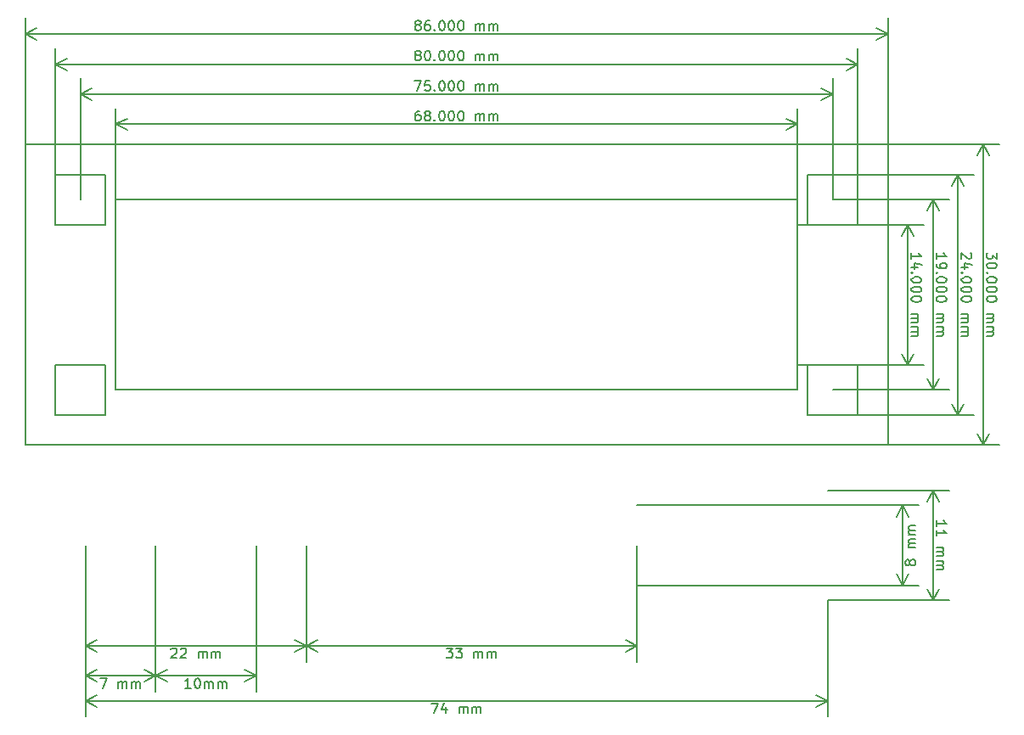
<source format=gbr>
G04 #@! TF.FileFunction,Drawing*
%FSLAX46Y46*%
G04 Gerber Fmt 4.6, Leading zero omitted, Abs format (unit mm)*
G04 Created by KiCad (PCBNEW (2014-12-11 BZR 5320)-product) date Thu Feb  5 17:59:39 2015*
%MOMM*%
G01*
G04 APERTURE LIST*
%ADD10C,0.100000*%
%ADD11C,0.150000*%
%ADD12C,0.200000*%
G04 APERTURE END LIST*
D10*
D11*
X121847619Y-73095239D02*
X121847619Y-72523810D01*
X121847619Y-72809524D02*
X122847619Y-72809524D01*
X122704762Y-72714286D01*
X122609524Y-72619048D01*
X122561905Y-72523810D01*
X121847619Y-74047620D02*
X121847619Y-73476191D01*
X121847619Y-73761905D02*
X122847619Y-73761905D01*
X122704762Y-73666667D01*
X122609524Y-73571429D01*
X122561905Y-73476191D01*
X121847619Y-75238096D02*
X122514286Y-75238096D01*
X122419048Y-75238096D02*
X122466667Y-75285715D01*
X122514286Y-75380953D01*
X122514286Y-75523811D01*
X122466667Y-75619049D01*
X122371429Y-75666668D01*
X121847619Y-75666668D01*
X122371429Y-75666668D02*
X122466667Y-75714287D01*
X122514286Y-75809525D01*
X122514286Y-75952382D01*
X122466667Y-76047620D01*
X122371429Y-76095239D01*
X121847619Y-76095239D01*
X121847619Y-76571429D02*
X122514286Y-76571429D01*
X122419048Y-76571429D02*
X122466667Y-76619048D01*
X122514286Y-76714286D01*
X122514286Y-76857144D01*
X122466667Y-76952382D01*
X122371429Y-77000001D01*
X121847619Y-77000001D01*
X122371429Y-77000001D02*
X122466667Y-77047620D01*
X122514286Y-77142858D01*
X122514286Y-77285715D01*
X122466667Y-77380953D01*
X122371429Y-77428572D01*
X121847619Y-77428572D01*
X121500000Y-69500000D02*
X121500000Y-80500000D01*
X111000000Y-69500000D02*
X123100000Y-69500000D01*
X111000000Y-80500000D02*
X123100000Y-80500000D01*
X121500000Y-80500000D02*
X120913579Y-79373496D01*
X121500000Y-80500000D02*
X122086421Y-79373496D01*
X121500000Y-69500000D02*
X120913579Y-70626504D01*
X121500000Y-69500000D02*
X122086421Y-70626504D01*
X71476191Y-90752380D02*
X72142858Y-90752380D01*
X71714286Y-91752380D01*
X72952382Y-91085713D02*
X72952382Y-91752380D01*
X72714286Y-90704761D02*
X72476191Y-91419047D01*
X73095239Y-91419047D01*
X74238096Y-91752380D02*
X74238096Y-91085713D01*
X74238096Y-91180951D02*
X74285715Y-91133332D01*
X74380953Y-91085713D01*
X74523811Y-91085713D01*
X74619049Y-91133332D01*
X74666668Y-91228570D01*
X74666668Y-91752380D01*
X74666668Y-91228570D02*
X74714287Y-91133332D01*
X74809525Y-91085713D01*
X74952382Y-91085713D01*
X75047620Y-91133332D01*
X75095239Y-91228570D01*
X75095239Y-91752380D01*
X75571429Y-91752380D02*
X75571429Y-91085713D01*
X75571429Y-91180951D02*
X75619048Y-91133332D01*
X75714286Y-91085713D01*
X75857144Y-91085713D01*
X75952382Y-91133332D01*
X76000001Y-91228570D01*
X76000001Y-91752380D01*
X76000001Y-91228570D02*
X76047620Y-91133332D01*
X76142858Y-91085713D01*
X76285715Y-91085713D01*
X76380953Y-91133332D01*
X76428572Y-91228570D01*
X76428572Y-91752380D01*
X37000000Y-90499999D02*
X111000000Y-90499999D01*
X37000000Y-80500000D02*
X37000000Y-92099999D01*
X111000000Y-80500000D02*
X111000000Y-92099999D01*
X111000000Y-90499999D02*
X109873496Y-91086420D01*
X111000000Y-90499999D02*
X109873496Y-89913578D01*
X37000000Y-90499999D02*
X38126504Y-91086420D01*
X37000000Y-90499999D02*
X38126504Y-89913578D01*
X45523810Y-85347619D02*
X45571429Y-85300000D01*
X45666667Y-85252381D01*
X45904763Y-85252381D01*
X46000001Y-85300000D01*
X46047620Y-85347619D01*
X46095239Y-85442857D01*
X46095239Y-85538095D01*
X46047620Y-85680952D01*
X45476191Y-86252381D01*
X46095239Y-86252381D01*
X46476191Y-85347619D02*
X46523810Y-85300000D01*
X46619048Y-85252381D01*
X46857144Y-85252381D01*
X46952382Y-85300000D01*
X47000001Y-85347619D01*
X47047620Y-85442857D01*
X47047620Y-85538095D01*
X47000001Y-85680952D01*
X46428572Y-86252381D01*
X47047620Y-86252381D01*
X48238096Y-86252381D02*
X48238096Y-85585714D01*
X48238096Y-85680952D02*
X48285715Y-85633333D01*
X48380953Y-85585714D01*
X48523811Y-85585714D01*
X48619049Y-85633333D01*
X48666668Y-85728571D01*
X48666668Y-86252381D01*
X48666668Y-85728571D02*
X48714287Y-85633333D01*
X48809525Y-85585714D01*
X48952382Y-85585714D01*
X49047620Y-85633333D01*
X49095239Y-85728571D01*
X49095239Y-86252381D01*
X49571429Y-86252381D02*
X49571429Y-85585714D01*
X49571429Y-85680952D02*
X49619048Y-85633333D01*
X49714286Y-85585714D01*
X49857144Y-85585714D01*
X49952382Y-85633333D01*
X50000001Y-85728571D01*
X50000001Y-86252381D01*
X50000001Y-85728571D02*
X50047620Y-85633333D01*
X50142858Y-85585714D01*
X50285715Y-85585714D01*
X50380953Y-85633333D01*
X50428572Y-85728571D01*
X50428572Y-86252381D01*
X37000000Y-85000000D02*
X59000000Y-85000000D01*
X37000000Y-75000000D02*
X37000000Y-86600000D01*
X59000000Y-75000000D02*
X59000000Y-86600000D01*
X59000000Y-85000000D02*
X57873496Y-85586421D01*
X59000000Y-85000000D02*
X57873496Y-84413579D01*
X37000000Y-85000000D02*
X38126504Y-85586421D01*
X37000000Y-85000000D02*
X38126504Y-84413579D01*
X38452381Y-88252381D02*
X39119048Y-88252381D01*
X38690476Y-89252381D01*
X40261905Y-89252381D02*
X40261905Y-88585714D01*
X40261905Y-88680952D02*
X40309524Y-88633333D01*
X40404762Y-88585714D01*
X40547620Y-88585714D01*
X40642858Y-88633333D01*
X40690477Y-88728571D01*
X40690477Y-89252381D01*
X40690477Y-88728571D02*
X40738096Y-88633333D01*
X40833334Y-88585714D01*
X40976191Y-88585714D01*
X41071429Y-88633333D01*
X41119048Y-88728571D01*
X41119048Y-89252381D01*
X41595238Y-89252381D02*
X41595238Y-88585714D01*
X41595238Y-88680952D02*
X41642857Y-88633333D01*
X41738095Y-88585714D01*
X41880953Y-88585714D01*
X41976191Y-88633333D01*
X42023810Y-88728571D01*
X42023810Y-89252381D01*
X42023810Y-88728571D02*
X42071429Y-88633333D01*
X42166667Y-88585714D01*
X42309524Y-88585714D01*
X42404762Y-88633333D01*
X42452381Y-88728571D01*
X42452381Y-89252381D01*
X37000000Y-88000000D02*
X44000000Y-88000000D01*
X37000000Y-75000000D02*
X37000000Y-89600000D01*
X44000000Y-75000000D02*
X44000000Y-89600000D01*
X44000000Y-88000000D02*
X42873496Y-88586421D01*
X44000000Y-88000000D02*
X42873496Y-87413579D01*
X37000000Y-88000000D02*
X38126504Y-88586421D01*
X37000000Y-88000000D02*
X38126504Y-87413579D01*
X119180952Y-76809524D02*
X119133333Y-76904762D01*
X119085714Y-76952381D01*
X118990476Y-77000000D01*
X118942857Y-77000000D01*
X118847619Y-76952381D01*
X118800000Y-76904762D01*
X118752381Y-76809524D01*
X118752381Y-76619047D01*
X118800000Y-76523809D01*
X118847619Y-76476190D01*
X118942857Y-76428571D01*
X118990476Y-76428571D01*
X119085714Y-76476190D01*
X119133333Y-76523809D01*
X119180952Y-76619047D01*
X119180952Y-76809524D01*
X119228571Y-76904762D01*
X119276190Y-76952381D01*
X119371429Y-77000000D01*
X119561905Y-77000000D01*
X119657143Y-76952381D01*
X119704762Y-76904762D01*
X119752381Y-76809524D01*
X119752381Y-76619047D01*
X119704762Y-76523809D01*
X119657143Y-76476190D01*
X119561905Y-76428571D01*
X119371429Y-76428571D01*
X119276190Y-76476190D01*
X119228571Y-76523809D01*
X119180952Y-76619047D01*
X119752381Y-75238095D02*
X119085714Y-75238095D01*
X119180952Y-75238095D02*
X119133333Y-75190476D01*
X119085714Y-75095238D01*
X119085714Y-74952380D01*
X119133333Y-74857142D01*
X119228571Y-74809523D01*
X119752381Y-74809523D01*
X119228571Y-74809523D02*
X119133333Y-74761904D01*
X119085714Y-74666666D01*
X119085714Y-74523809D01*
X119133333Y-74428571D01*
X119228571Y-74380952D01*
X119752381Y-74380952D01*
X119752381Y-73904762D02*
X119085714Y-73904762D01*
X119180952Y-73904762D02*
X119133333Y-73857143D01*
X119085714Y-73761905D01*
X119085714Y-73619047D01*
X119133333Y-73523809D01*
X119228571Y-73476190D01*
X119752381Y-73476190D01*
X119228571Y-73476190D02*
X119133333Y-73428571D01*
X119085714Y-73333333D01*
X119085714Y-73190476D01*
X119133333Y-73095238D01*
X119228571Y-73047619D01*
X119752381Y-73047619D01*
X118500000Y-79000000D02*
X118500000Y-71000000D01*
X92000000Y-79000000D02*
X120100000Y-79000000D01*
X92000000Y-71000000D02*
X120100000Y-71000000D01*
X118500000Y-71000000D02*
X119086421Y-72126504D01*
X118500000Y-71000000D02*
X117913579Y-72126504D01*
X118500000Y-79000000D02*
X119086421Y-77873496D01*
X118500000Y-79000000D02*
X117913579Y-77873496D01*
X72976191Y-85252380D02*
X73595239Y-85252380D01*
X73261905Y-85633332D01*
X73404763Y-85633332D01*
X73500001Y-85680951D01*
X73547620Y-85728570D01*
X73595239Y-85823809D01*
X73595239Y-86061904D01*
X73547620Y-86157142D01*
X73500001Y-86204761D01*
X73404763Y-86252380D01*
X73119048Y-86252380D01*
X73023810Y-86204761D01*
X72976191Y-86157142D01*
X73928572Y-85252380D02*
X74547620Y-85252380D01*
X74214286Y-85633332D01*
X74357144Y-85633332D01*
X74452382Y-85680951D01*
X74500001Y-85728570D01*
X74547620Y-85823809D01*
X74547620Y-86061904D01*
X74500001Y-86157142D01*
X74452382Y-86204761D01*
X74357144Y-86252380D01*
X74071429Y-86252380D01*
X73976191Y-86204761D01*
X73928572Y-86157142D01*
X75738096Y-86252380D02*
X75738096Y-85585713D01*
X75738096Y-85680951D02*
X75785715Y-85633332D01*
X75880953Y-85585713D01*
X76023811Y-85585713D01*
X76119049Y-85633332D01*
X76166668Y-85728570D01*
X76166668Y-86252380D01*
X76166668Y-85728570D02*
X76214287Y-85633332D01*
X76309525Y-85585713D01*
X76452382Y-85585713D01*
X76547620Y-85633332D01*
X76595239Y-85728570D01*
X76595239Y-86252380D01*
X77071429Y-86252380D02*
X77071429Y-85585713D01*
X77071429Y-85680951D02*
X77119048Y-85633332D01*
X77214286Y-85585713D01*
X77357144Y-85585713D01*
X77452382Y-85633332D01*
X77500001Y-85728570D01*
X77500001Y-86252380D01*
X77500001Y-85728570D02*
X77547620Y-85633332D01*
X77642858Y-85585713D01*
X77785715Y-85585713D01*
X77880953Y-85633332D01*
X77928572Y-85728570D01*
X77928572Y-86252380D01*
X59000000Y-84999999D02*
X92000000Y-84999999D01*
X59000000Y-75000000D02*
X59000000Y-86599999D01*
X92000000Y-75000000D02*
X92000000Y-86599999D01*
X92000000Y-84999999D02*
X90873496Y-85586420D01*
X92000000Y-84999999D02*
X90873496Y-84413578D01*
X59000000Y-84999999D02*
X60126504Y-85586420D01*
X59000000Y-84999999D02*
X60126504Y-84413578D01*
X47476191Y-89252381D02*
X46904762Y-89252381D01*
X47190476Y-89252381D02*
X47190476Y-88252381D01*
X47095238Y-88395238D01*
X47000000Y-88490476D01*
X46904762Y-88538095D01*
X48095238Y-88252381D02*
X48190477Y-88252381D01*
X48285715Y-88300000D01*
X48333334Y-88347619D01*
X48380953Y-88442857D01*
X48428572Y-88633333D01*
X48428572Y-88871429D01*
X48380953Y-89061905D01*
X48333334Y-89157143D01*
X48285715Y-89204762D01*
X48190477Y-89252381D01*
X48095238Y-89252381D01*
X48000000Y-89204762D01*
X47952381Y-89157143D01*
X47904762Y-89061905D01*
X47857143Y-88871429D01*
X47857143Y-88633333D01*
X47904762Y-88442857D01*
X47952381Y-88347619D01*
X48000000Y-88300000D01*
X48095238Y-88252381D01*
X48857143Y-89252381D02*
X48857143Y-88585714D01*
X48857143Y-88680952D02*
X48904762Y-88633333D01*
X49000000Y-88585714D01*
X49142858Y-88585714D01*
X49238096Y-88633333D01*
X49285715Y-88728571D01*
X49285715Y-89252381D01*
X49285715Y-88728571D02*
X49333334Y-88633333D01*
X49428572Y-88585714D01*
X49571429Y-88585714D01*
X49666667Y-88633333D01*
X49714286Y-88728571D01*
X49714286Y-89252381D01*
X50190476Y-89252381D02*
X50190476Y-88585714D01*
X50190476Y-88680952D02*
X50238095Y-88633333D01*
X50333333Y-88585714D01*
X50476191Y-88585714D01*
X50571429Y-88633333D01*
X50619048Y-88728571D01*
X50619048Y-89252381D01*
X50619048Y-88728571D02*
X50666667Y-88633333D01*
X50761905Y-88585714D01*
X50904762Y-88585714D01*
X51000000Y-88633333D01*
X51047619Y-88728571D01*
X51047619Y-89252381D01*
X44000000Y-88000000D02*
X54000000Y-88000000D01*
X44000000Y-75000000D02*
X44000000Y-89600000D01*
X54000000Y-75000000D02*
X54000000Y-89600000D01*
X54000000Y-88000000D02*
X52873496Y-88586421D01*
X54000000Y-88000000D02*
X52873496Y-87413579D01*
X44000000Y-88000000D02*
X45126504Y-88586421D01*
X44000000Y-88000000D02*
X45126504Y-87413579D01*
X127847619Y-45809524D02*
X127847619Y-46428572D01*
X127466667Y-46095238D01*
X127466667Y-46238096D01*
X127419048Y-46333334D01*
X127371429Y-46380953D01*
X127276190Y-46428572D01*
X127038095Y-46428572D01*
X126942857Y-46380953D01*
X126895238Y-46333334D01*
X126847619Y-46238096D01*
X126847619Y-45952381D01*
X126895238Y-45857143D01*
X126942857Y-45809524D01*
X127847619Y-47047619D02*
X127847619Y-47142858D01*
X127800000Y-47238096D01*
X127752381Y-47285715D01*
X127657143Y-47333334D01*
X127466667Y-47380953D01*
X127228571Y-47380953D01*
X127038095Y-47333334D01*
X126942857Y-47285715D01*
X126895238Y-47238096D01*
X126847619Y-47142858D01*
X126847619Y-47047619D01*
X126895238Y-46952381D01*
X126942857Y-46904762D01*
X127038095Y-46857143D01*
X127228571Y-46809524D01*
X127466667Y-46809524D01*
X127657143Y-46857143D01*
X127752381Y-46904762D01*
X127800000Y-46952381D01*
X127847619Y-47047619D01*
X126942857Y-47809524D02*
X126895238Y-47857143D01*
X126847619Y-47809524D01*
X126895238Y-47761905D01*
X126942857Y-47809524D01*
X126847619Y-47809524D01*
X127847619Y-48476190D02*
X127847619Y-48571429D01*
X127800000Y-48666667D01*
X127752381Y-48714286D01*
X127657143Y-48761905D01*
X127466667Y-48809524D01*
X127228571Y-48809524D01*
X127038095Y-48761905D01*
X126942857Y-48714286D01*
X126895238Y-48666667D01*
X126847619Y-48571429D01*
X126847619Y-48476190D01*
X126895238Y-48380952D01*
X126942857Y-48333333D01*
X127038095Y-48285714D01*
X127228571Y-48238095D01*
X127466667Y-48238095D01*
X127657143Y-48285714D01*
X127752381Y-48333333D01*
X127800000Y-48380952D01*
X127847619Y-48476190D01*
X127847619Y-49428571D02*
X127847619Y-49523810D01*
X127800000Y-49619048D01*
X127752381Y-49666667D01*
X127657143Y-49714286D01*
X127466667Y-49761905D01*
X127228571Y-49761905D01*
X127038095Y-49714286D01*
X126942857Y-49666667D01*
X126895238Y-49619048D01*
X126847619Y-49523810D01*
X126847619Y-49428571D01*
X126895238Y-49333333D01*
X126942857Y-49285714D01*
X127038095Y-49238095D01*
X127228571Y-49190476D01*
X127466667Y-49190476D01*
X127657143Y-49238095D01*
X127752381Y-49285714D01*
X127800000Y-49333333D01*
X127847619Y-49428571D01*
X127847619Y-50380952D02*
X127847619Y-50476191D01*
X127800000Y-50571429D01*
X127752381Y-50619048D01*
X127657143Y-50666667D01*
X127466667Y-50714286D01*
X127228571Y-50714286D01*
X127038095Y-50666667D01*
X126942857Y-50619048D01*
X126895238Y-50571429D01*
X126847619Y-50476191D01*
X126847619Y-50380952D01*
X126895238Y-50285714D01*
X126942857Y-50238095D01*
X127038095Y-50190476D01*
X127228571Y-50142857D01*
X127466667Y-50142857D01*
X127657143Y-50190476D01*
X127752381Y-50238095D01*
X127800000Y-50285714D01*
X127847619Y-50380952D01*
X126847619Y-51904762D02*
X127514286Y-51904762D01*
X127419048Y-51904762D02*
X127466667Y-51952381D01*
X127514286Y-52047619D01*
X127514286Y-52190477D01*
X127466667Y-52285715D01*
X127371429Y-52333334D01*
X126847619Y-52333334D01*
X127371429Y-52333334D02*
X127466667Y-52380953D01*
X127514286Y-52476191D01*
X127514286Y-52619048D01*
X127466667Y-52714286D01*
X127371429Y-52761905D01*
X126847619Y-52761905D01*
X126847619Y-53238095D02*
X127514286Y-53238095D01*
X127419048Y-53238095D02*
X127466667Y-53285714D01*
X127514286Y-53380952D01*
X127514286Y-53523810D01*
X127466667Y-53619048D01*
X127371429Y-53666667D01*
X126847619Y-53666667D01*
X127371429Y-53666667D02*
X127466667Y-53714286D01*
X127514286Y-53809524D01*
X127514286Y-53952381D01*
X127466667Y-54047619D01*
X127371429Y-54095238D01*
X126847619Y-54095238D01*
X126500000Y-35000000D02*
X126500000Y-65000000D01*
X117000000Y-35000000D02*
X128100000Y-35000000D01*
X117000000Y-65000000D02*
X128100000Y-65000000D01*
X126500000Y-65000000D02*
X125913579Y-63873496D01*
X126500000Y-65000000D02*
X127086421Y-63873496D01*
X126500000Y-35000000D02*
X125913579Y-36126504D01*
X126500000Y-35000000D02*
X127086421Y-36126504D01*
X125252381Y-45857143D02*
X125300000Y-45904762D01*
X125347619Y-46000000D01*
X125347619Y-46238096D01*
X125300000Y-46333334D01*
X125252381Y-46380953D01*
X125157143Y-46428572D01*
X125061905Y-46428572D01*
X124919048Y-46380953D01*
X124347619Y-45809524D01*
X124347619Y-46428572D01*
X125014286Y-47285715D02*
X124347619Y-47285715D01*
X125395238Y-47047619D02*
X124680952Y-46809524D01*
X124680952Y-47428572D01*
X124442857Y-47809524D02*
X124395238Y-47857143D01*
X124347619Y-47809524D01*
X124395238Y-47761905D01*
X124442857Y-47809524D01*
X124347619Y-47809524D01*
X125347619Y-48476190D02*
X125347619Y-48571429D01*
X125300000Y-48666667D01*
X125252381Y-48714286D01*
X125157143Y-48761905D01*
X124966667Y-48809524D01*
X124728571Y-48809524D01*
X124538095Y-48761905D01*
X124442857Y-48714286D01*
X124395238Y-48666667D01*
X124347619Y-48571429D01*
X124347619Y-48476190D01*
X124395238Y-48380952D01*
X124442857Y-48333333D01*
X124538095Y-48285714D01*
X124728571Y-48238095D01*
X124966667Y-48238095D01*
X125157143Y-48285714D01*
X125252381Y-48333333D01*
X125300000Y-48380952D01*
X125347619Y-48476190D01*
X125347619Y-49428571D02*
X125347619Y-49523810D01*
X125300000Y-49619048D01*
X125252381Y-49666667D01*
X125157143Y-49714286D01*
X124966667Y-49761905D01*
X124728571Y-49761905D01*
X124538095Y-49714286D01*
X124442857Y-49666667D01*
X124395238Y-49619048D01*
X124347619Y-49523810D01*
X124347619Y-49428571D01*
X124395238Y-49333333D01*
X124442857Y-49285714D01*
X124538095Y-49238095D01*
X124728571Y-49190476D01*
X124966667Y-49190476D01*
X125157143Y-49238095D01*
X125252381Y-49285714D01*
X125300000Y-49333333D01*
X125347619Y-49428571D01*
X125347619Y-50380952D02*
X125347619Y-50476191D01*
X125300000Y-50571429D01*
X125252381Y-50619048D01*
X125157143Y-50666667D01*
X124966667Y-50714286D01*
X124728571Y-50714286D01*
X124538095Y-50666667D01*
X124442857Y-50619048D01*
X124395238Y-50571429D01*
X124347619Y-50476191D01*
X124347619Y-50380952D01*
X124395238Y-50285714D01*
X124442857Y-50238095D01*
X124538095Y-50190476D01*
X124728571Y-50142857D01*
X124966667Y-50142857D01*
X125157143Y-50190476D01*
X125252381Y-50238095D01*
X125300000Y-50285714D01*
X125347619Y-50380952D01*
X124347619Y-51904762D02*
X125014286Y-51904762D01*
X124919048Y-51904762D02*
X124966667Y-51952381D01*
X125014286Y-52047619D01*
X125014286Y-52190477D01*
X124966667Y-52285715D01*
X124871429Y-52333334D01*
X124347619Y-52333334D01*
X124871429Y-52333334D02*
X124966667Y-52380953D01*
X125014286Y-52476191D01*
X125014286Y-52619048D01*
X124966667Y-52714286D01*
X124871429Y-52761905D01*
X124347619Y-52761905D01*
X124347619Y-53238095D02*
X125014286Y-53238095D01*
X124919048Y-53238095D02*
X124966667Y-53285714D01*
X125014286Y-53380952D01*
X125014286Y-53523810D01*
X124966667Y-53619048D01*
X124871429Y-53666667D01*
X124347619Y-53666667D01*
X124871429Y-53666667D02*
X124966667Y-53714286D01*
X125014286Y-53809524D01*
X125014286Y-53952381D01*
X124966667Y-54047619D01*
X124871429Y-54095238D01*
X124347619Y-54095238D01*
X124000000Y-38000000D02*
X124000000Y-62000000D01*
X114000000Y-38000000D02*
X125600000Y-38000000D01*
X114000000Y-62000000D02*
X125600000Y-62000000D01*
X124000000Y-62000000D02*
X123413579Y-60873496D01*
X124000000Y-62000000D02*
X124586421Y-60873496D01*
X124000000Y-38000000D02*
X123413579Y-39126504D01*
X124000000Y-38000000D02*
X124586421Y-39126504D01*
X121847619Y-46428572D02*
X121847619Y-45857143D01*
X121847619Y-46142857D02*
X122847619Y-46142857D01*
X122704762Y-46047619D01*
X122609524Y-45952381D01*
X122561905Y-45857143D01*
X121847619Y-46904762D02*
X121847619Y-47095238D01*
X121895238Y-47190477D01*
X121942857Y-47238096D01*
X122085714Y-47333334D01*
X122276190Y-47380953D01*
X122657143Y-47380953D01*
X122752381Y-47333334D01*
X122800000Y-47285715D01*
X122847619Y-47190477D01*
X122847619Y-47000000D01*
X122800000Y-46904762D01*
X122752381Y-46857143D01*
X122657143Y-46809524D01*
X122419048Y-46809524D01*
X122323810Y-46857143D01*
X122276190Y-46904762D01*
X122228571Y-47000000D01*
X122228571Y-47190477D01*
X122276190Y-47285715D01*
X122323810Y-47333334D01*
X122419048Y-47380953D01*
X121942857Y-47809524D02*
X121895238Y-47857143D01*
X121847619Y-47809524D01*
X121895238Y-47761905D01*
X121942857Y-47809524D01*
X121847619Y-47809524D01*
X122847619Y-48476190D02*
X122847619Y-48571429D01*
X122800000Y-48666667D01*
X122752381Y-48714286D01*
X122657143Y-48761905D01*
X122466667Y-48809524D01*
X122228571Y-48809524D01*
X122038095Y-48761905D01*
X121942857Y-48714286D01*
X121895238Y-48666667D01*
X121847619Y-48571429D01*
X121847619Y-48476190D01*
X121895238Y-48380952D01*
X121942857Y-48333333D01*
X122038095Y-48285714D01*
X122228571Y-48238095D01*
X122466667Y-48238095D01*
X122657143Y-48285714D01*
X122752381Y-48333333D01*
X122800000Y-48380952D01*
X122847619Y-48476190D01*
X122847619Y-49428571D02*
X122847619Y-49523810D01*
X122800000Y-49619048D01*
X122752381Y-49666667D01*
X122657143Y-49714286D01*
X122466667Y-49761905D01*
X122228571Y-49761905D01*
X122038095Y-49714286D01*
X121942857Y-49666667D01*
X121895238Y-49619048D01*
X121847619Y-49523810D01*
X121847619Y-49428571D01*
X121895238Y-49333333D01*
X121942857Y-49285714D01*
X122038095Y-49238095D01*
X122228571Y-49190476D01*
X122466667Y-49190476D01*
X122657143Y-49238095D01*
X122752381Y-49285714D01*
X122800000Y-49333333D01*
X122847619Y-49428571D01*
X122847619Y-50380952D02*
X122847619Y-50476191D01*
X122800000Y-50571429D01*
X122752381Y-50619048D01*
X122657143Y-50666667D01*
X122466667Y-50714286D01*
X122228571Y-50714286D01*
X122038095Y-50666667D01*
X121942857Y-50619048D01*
X121895238Y-50571429D01*
X121847619Y-50476191D01*
X121847619Y-50380952D01*
X121895238Y-50285714D01*
X121942857Y-50238095D01*
X122038095Y-50190476D01*
X122228571Y-50142857D01*
X122466667Y-50142857D01*
X122657143Y-50190476D01*
X122752381Y-50238095D01*
X122800000Y-50285714D01*
X122847619Y-50380952D01*
X121847619Y-51904762D02*
X122514286Y-51904762D01*
X122419048Y-51904762D02*
X122466667Y-51952381D01*
X122514286Y-52047619D01*
X122514286Y-52190477D01*
X122466667Y-52285715D01*
X122371429Y-52333334D01*
X121847619Y-52333334D01*
X122371429Y-52333334D02*
X122466667Y-52380953D01*
X122514286Y-52476191D01*
X122514286Y-52619048D01*
X122466667Y-52714286D01*
X122371429Y-52761905D01*
X121847619Y-52761905D01*
X121847619Y-53238095D02*
X122514286Y-53238095D01*
X122419048Y-53238095D02*
X122466667Y-53285714D01*
X122514286Y-53380952D01*
X122514286Y-53523810D01*
X122466667Y-53619048D01*
X122371429Y-53666667D01*
X121847619Y-53666667D01*
X122371429Y-53666667D02*
X122466667Y-53714286D01*
X122514286Y-53809524D01*
X122514286Y-53952381D01*
X122466667Y-54047619D01*
X122371429Y-54095238D01*
X121847619Y-54095238D01*
X121500000Y-40500000D02*
X121500000Y-59500000D01*
X111500000Y-40500000D02*
X123100000Y-40500000D01*
X111500000Y-59500000D02*
X123100000Y-59500000D01*
X121500000Y-59500000D02*
X120913579Y-58373496D01*
X121500000Y-59500000D02*
X122086421Y-58373496D01*
X121500000Y-40500000D02*
X120913579Y-41626504D01*
X121500000Y-40500000D02*
X122086421Y-41626504D01*
X119347619Y-46428572D02*
X119347619Y-45857143D01*
X119347619Y-46142857D02*
X120347619Y-46142857D01*
X120204762Y-46047619D01*
X120109524Y-45952381D01*
X120061905Y-45857143D01*
X120014286Y-47285715D02*
X119347619Y-47285715D01*
X120395238Y-47047619D02*
X119680952Y-46809524D01*
X119680952Y-47428572D01*
X119442857Y-47809524D02*
X119395238Y-47857143D01*
X119347619Y-47809524D01*
X119395238Y-47761905D01*
X119442857Y-47809524D01*
X119347619Y-47809524D01*
X120347619Y-48476190D02*
X120347619Y-48571429D01*
X120300000Y-48666667D01*
X120252381Y-48714286D01*
X120157143Y-48761905D01*
X119966667Y-48809524D01*
X119728571Y-48809524D01*
X119538095Y-48761905D01*
X119442857Y-48714286D01*
X119395238Y-48666667D01*
X119347619Y-48571429D01*
X119347619Y-48476190D01*
X119395238Y-48380952D01*
X119442857Y-48333333D01*
X119538095Y-48285714D01*
X119728571Y-48238095D01*
X119966667Y-48238095D01*
X120157143Y-48285714D01*
X120252381Y-48333333D01*
X120300000Y-48380952D01*
X120347619Y-48476190D01*
X120347619Y-49428571D02*
X120347619Y-49523810D01*
X120300000Y-49619048D01*
X120252381Y-49666667D01*
X120157143Y-49714286D01*
X119966667Y-49761905D01*
X119728571Y-49761905D01*
X119538095Y-49714286D01*
X119442857Y-49666667D01*
X119395238Y-49619048D01*
X119347619Y-49523810D01*
X119347619Y-49428571D01*
X119395238Y-49333333D01*
X119442857Y-49285714D01*
X119538095Y-49238095D01*
X119728571Y-49190476D01*
X119966667Y-49190476D01*
X120157143Y-49238095D01*
X120252381Y-49285714D01*
X120300000Y-49333333D01*
X120347619Y-49428571D01*
X120347619Y-50380952D02*
X120347619Y-50476191D01*
X120300000Y-50571429D01*
X120252381Y-50619048D01*
X120157143Y-50666667D01*
X119966667Y-50714286D01*
X119728571Y-50714286D01*
X119538095Y-50666667D01*
X119442857Y-50619048D01*
X119395238Y-50571429D01*
X119347619Y-50476191D01*
X119347619Y-50380952D01*
X119395238Y-50285714D01*
X119442857Y-50238095D01*
X119538095Y-50190476D01*
X119728571Y-50142857D01*
X119966667Y-50142857D01*
X120157143Y-50190476D01*
X120252381Y-50238095D01*
X120300000Y-50285714D01*
X120347619Y-50380952D01*
X119347619Y-51904762D02*
X120014286Y-51904762D01*
X119919048Y-51904762D02*
X119966667Y-51952381D01*
X120014286Y-52047619D01*
X120014286Y-52190477D01*
X119966667Y-52285715D01*
X119871429Y-52333334D01*
X119347619Y-52333334D01*
X119871429Y-52333334D02*
X119966667Y-52380953D01*
X120014286Y-52476191D01*
X120014286Y-52619048D01*
X119966667Y-52714286D01*
X119871429Y-52761905D01*
X119347619Y-52761905D01*
X119347619Y-53238095D02*
X120014286Y-53238095D01*
X119919048Y-53238095D02*
X119966667Y-53285714D01*
X120014286Y-53380952D01*
X120014286Y-53523810D01*
X119966667Y-53619048D01*
X119871429Y-53666667D01*
X119347619Y-53666667D01*
X119871429Y-53666667D02*
X119966667Y-53714286D01*
X120014286Y-53809524D01*
X120014286Y-53952381D01*
X119966667Y-54047619D01*
X119871429Y-54095238D01*
X119347619Y-54095238D01*
X119000000Y-43000000D02*
X119000000Y-57000000D01*
X108000000Y-43000000D02*
X120600000Y-43000000D01*
X108000000Y-57000000D02*
X120600000Y-57000000D01*
X119000000Y-57000000D02*
X118413579Y-55873496D01*
X119000000Y-57000000D02*
X119586421Y-55873496D01*
X119000000Y-43000000D02*
X118413579Y-44126504D01*
X119000000Y-43000000D02*
X119586421Y-44126504D01*
X70047619Y-23080952D02*
X69952381Y-23033333D01*
X69904762Y-22985714D01*
X69857143Y-22890476D01*
X69857143Y-22842857D01*
X69904762Y-22747619D01*
X69952381Y-22700000D01*
X70047619Y-22652381D01*
X70238096Y-22652381D01*
X70333334Y-22700000D01*
X70380953Y-22747619D01*
X70428572Y-22842857D01*
X70428572Y-22890476D01*
X70380953Y-22985714D01*
X70333334Y-23033333D01*
X70238096Y-23080952D01*
X70047619Y-23080952D01*
X69952381Y-23128571D01*
X69904762Y-23176190D01*
X69857143Y-23271429D01*
X69857143Y-23461905D01*
X69904762Y-23557143D01*
X69952381Y-23604762D01*
X70047619Y-23652381D01*
X70238096Y-23652381D01*
X70333334Y-23604762D01*
X70380953Y-23557143D01*
X70428572Y-23461905D01*
X70428572Y-23271429D01*
X70380953Y-23176190D01*
X70333334Y-23128571D01*
X70238096Y-23080952D01*
X71285715Y-22652381D02*
X71095238Y-22652381D01*
X71000000Y-22700000D01*
X70952381Y-22747619D01*
X70857143Y-22890476D01*
X70809524Y-23080952D01*
X70809524Y-23461905D01*
X70857143Y-23557143D01*
X70904762Y-23604762D01*
X71000000Y-23652381D01*
X71190477Y-23652381D01*
X71285715Y-23604762D01*
X71333334Y-23557143D01*
X71380953Y-23461905D01*
X71380953Y-23223810D01*
X71333334Y-23128571D01*
X71285715Y-23080952D01*
X71190477Y-23033333D01*
X71000000Y-23033333D01*
X70904762Y-23080952D01*
X70857143Y-23128571D01*
X70809524Y-23223810D01*
X71809524Y-23557143D02*
X71857143Y-23604762D01*
X71809524Y-23652381D01*
X71761905Y-23604762D01*
X71809524Y-23557143D01*
X71809524Y-23652381D01*
X72476190Y-22652381D02*
X72571429Y-22652381D01*
X72666667Y-22700000D01*
X72714286Y-22747619D01*
X72761905Y-22842857D01*
X72809524Y-23033333D01*
X72809524Y-23271429D01*
X72761905Y-23461905D01*
X72714286Y-23557143D01*
X72666667Y-23604762D01*
X72571429Y-23652381D01*
X72476190Y-23652381D01*
X72380952Y-23604762D01*
X72333333Y-23557143D01*
X72285714Y-23461905D01*
X72238095Y-23271429D01*
X72238095Y-23033333D01*
X72285714Y-22842857D01*
X72333333Y-22747619D01*
X72380952Y-22700000D01*
X72476190Y-22652381D01*
X73428571Y-22652381D02*
X73523810Y-22652381D01*
X73619048Y-22700000D01*
X73666667Y-22747619D01*
X73714286Y-22842857D01*
X73761905Y-23033333D01*
X73761905Y-23271429D01*
X73714286Y-23461905D01*
X73666667Y-23557143D01*
X73619048Y-23604762D01*
X73523810Y-23652381D01*
X73428571Y-23652381D01*
X73333333Y-23604762D01*
X73285714Y-23557143D01*
X73238095Y-23461905D01*
X73190476Y-23271429D01*
X73190476Y-23033333D01*
X73238095Y-22842857D01*
X73285714Y-22747619D01*
X73333333Y-22700000D01*
X73428571Y-22652381D01*
X74380952Y-22652381D02*
X74476191Y-22652381D01*
X74571429Y-22700000D01*
X74619048Y-22747619D01*
X74666667Y-22842857D01*
X74714286Y-23033333D01*
X74714286Y-23271429D01*
X74666667Y-23461905D01*
X74619048Y-23557143D01*
X74571429Y-23604762D01*
X74476191Y-23652381D01*
X74380952Y-23652381D01*
X74285714Y-23604762D01*
X74238095Y-23557143D01*
X74190476Y-23461905D01*
X74142857Y-23271429D01*
X74142857Y-23033333D01*
X74190476Y-22842857D01*
X74238095Y-22747619D01*
X74285714Y-22700000D01*
X74380952Y-22652381D01*
X75904762Y-23652381D02*
X75904762Y-22985714D01*
X75904762Y-23080952D02*
X75952381Y-23033333D01*
X76047619Y-22985714D01*
X76190477Y-22985714D01*
X76285715Y-23033333D01*
X76333334Y-23128571D01*
X76333334Y-23652381D01*
X76333334Y-23128571D02*
X76380953Y-23033333D01*
X76476191Y-22985714D01*
X76619048Y-22985714D01*
X76714286Y-23033333D01*
X76761905Y-23128571D01*
X76761905Y-23652381D01*
X77238095Y-23652381D02*
X77238095Y-22985714D01*
X77238095Y-23080952D02*
X77285714Y-23033333D01*
X77380952Y-22985714D01*
X77523810Y-22985714D01*
X77619048Y-23033333D01*
X77666667Y-23128571D01*
X77666667Y-23652381D01*
X77666667Y-23128571D02*
X77714286Y-23033333D01*
X77809524Y-22985714D01*
X77952381Y-22985714D01*
X78047619Y-23033333D01*
X78095238Y-23128571D01*
X78095238Y-23652381D01*
X31000000Y-24000000D02*
X117000000Y-24000000D01*
X31000000Y-35000000D02*
X31000000Y-22400000D01*
X117000000Y-35000000D02*
X117000000Y-22400000D01*
X117000000Y-24000000D02*
X115873496Y-24586421D01*
X117000000Y-24000000D02*
X115873496Y-23413579D01*
X31000000Y-24000000D02*
X32126504Y-24586421D01*
X31000000Y-24000000D02*
X32126504Y-23413579D01*
X70047619Y-26080952D02*
X69952381Y-26033333D01*
X69904762Y-25985714D01*
X69857143Y-25890476D01*
X69857143Y-25842857D01*
X69904762Y-25747619D01*
X69952381Y-25700000D01*
X70047619Y-25652381D01*
X70238096Y-25652381D01*
X70333334Y-25700000D01*
X70380953Y-25747619D01*
X70428572Y-25842857D01*
X70428572Y-25890476D01*
X70380953Y-25985714D01*
X70333334Y-26033333D01*
X70238096Y-26080952D01*
X70047619Y-26080952D01*
X69952381Y-26128571D01*
X69904762Y-26176190D01*
X69857143Y-26271429D01*
X69857143Y-26461905D01*
X69904762Y-26557143D01*
X69952381Y-26604762D01*
X70047619Y-26652381D01*
X70238096Y-26652381D01*
X70333334Y-26604762D01*
X70380953Y-26557143D01*
X70428572Y-26461905D01*
X70428572Y-26271429D01*
X70380953Y-26176190D01*
X70333334Y-26128571D01*
X70238096Y-26080952D01*
X71047619Y-25652381D02*
X71142858Y-25652381D01*
X71238096Y-25700000D01*
X71285715Y-25747619D01*
X71333334Y-25842857D01*
X71380953Y-26033333D01*
X71380953Y-26271429D01*
X71333334Y-26461905D01*
X71285715Y-26557143D01*
X71238096Y-26604762D01*
X71142858Y-26652381D01*
X71047619Y-26652381D01*
X70952381Y-26604762D01*
X70904762Y-26557143D01*
X70857143Y-26461905D01*
X70809524Y-26271429D01*
X70809524Y-26033333D01*
X70857143Y-25842857D01*
X70904762Y-25747619D01*
X70952381Y-25700000D01*
X71047619Y-25652381D01*
X71809524Y-26557143D02*
X71857143Y-26604762D01*
X71809524Y-26652381D01*
X71761905Y-26604762D01*
X71809524Y-26557143D01*
X71809524Y-26652381D01*
X72476190Y-25652381D02*
X72571429Y-25652381D01*
X72666667Y-25700000D01*
X72714286Y-25747619D01*
X72761905Y-25842857D01*
X72809524Y-26033333D01*
X72809524Y-26271429D01*
X72761905Y-26461905D01*
X72714286Y-26557143D01*
X72666667Y-26604762D01*
X72571429Y-26652381D01*
X72476190Y-26652381D01*
X72380952Y-26604762D01*
X72333333Y-26557143D01*
X72285714Y-26461905D01*
X72238095Y-26271429D01*
X72238095Y-26033333D01*
X72285714Y-25842857D01*
X72333333Y-25747619D01*
X72380952Y-25700000D01*
X72476190Y-25652381D01*
X73428571Y-25652381D02*
X73523810Y-25652381D01*
X73619048Y-25700000D01*
X73666667Y-25747619D01*
X73714286Y-25842857D01*
X73761905Y-26033333D01*
X73761905Y-26271429D01*
X73714286Y-26461905D01*
X73666667Y-26557143D01*
X73619048Y-26604762D01*
X73523810Y-26652381D01*
X73428571Y-26652381D01*
X73333333Y-26604762D01*
X73285714Y-26557143D01*
X73238095Y-26461905D01*
X73190476Y-26271429D01*
X73190476Y-26033333D01*
X73238095Y-25842857D01*
X73285714Y-25747619D01*
X73333333Y-25700000D01*
X73428571Y-25652381D01*
X74380952Y-25652381D02*
X74476191Y-25652381D01*
X74571429Y-25700000D01*
X74619048Y-25747619D01*
X74666667Y-25842857D01*
X74714286Y-26033333D01*
X74714286Y-26271429D01*
X74666667Y-26461905D01*
X74619048Y-26557143D01*
X74571429Y-26604762D01*
X74476191Y-26652381D01*
X74380952Y-26652381D01*
X74285714Y-26604762D01*
X74238095Y-26557143D01*
X74190476Y-26461905D01*
X74142857Y-26271429D01*
X74142857Y-26033333D01*
X74190476Y-25842857D01*
X74238095Y-25747619D01*
X74285714Y-25700000D01*
X74380952Y-25652381D01*
X75904762Y-26652381D02*
X75904762Y-25985714D01*
X75904762Y-26080952D02*
X75952381Y-26033333D01*
X76047619Y-25985714D01*
X76190477Y-25985714D01*
X76285715Y-26033333D01*
X76333334Y-26128571D01*
X76333334Y-26652381D01*
X76333334Y-26128571D02*
X76380953Y-26033333D01*
X76476191Y-25985714D01*
X76619048Y-25985714D01*
X76714286Y-26033333D01*
X76761905Y-26128571D01*
X76761905Y-26652381D01*
X77238095Y-26652381D02*
X77238095Y-25985714D01*
X77238095Y-26080952D02*
X77285714Y-26033333D01*
X77380952Y-25985714D01*
X77523810Y-25985714D01*
X77619048Y-26033333D01*
X77666667Y-26128571D01*
X77666667Y-26652381D01*
X77666667Y-26128571D02*
X77714286Y-26033333D01*
X77809524Y-25985714D01*
X77952381Y-25985714D01*
X78047619Y-26033333D01*
X78095238Y-26128571D01*
X78095238Y-26652381D01*
X34000000Y-27000000D02*
X114000000Y-27000000D01*
X34000000Y-38000000D02*
X34000000Y-25400000D01*
X114000000Y-38000000D02*
X114000000Y-25400000D01*
X114000000Y-27000000D02*
X112873496Y-27586421D01*
X114000000Y-27000000D02*
X112873496Y-26413579D01*
X34000000Y-27000000D02*
X35126504Y-27586421D01*
X34000000Y-27000000D02*
X35126504Y-26413579D01*
X69809524Y-28652381D02*
X70476191Y-28652381D01*
X70047619Y-29652381D01*
X71333334Y-28652381D02*
X70857143Y-28652381D01*
X70809524Y-29128571D01*
X70857143Y-29080952D01*
X70952381Y-29033333D01*
X71190477Y-29033333D01*
X71285715Y-29080952D01*
X71333334Y-29128571D01*
X71380953Y-29223810D01*
X71380953Y-29461905D01*
X71333334Y-29557143D01*
X71285715Y-29604762D01*
X71190477Y-29652381D01*
X70952381Y-29652381D01*
X70857143Y-29604762D01*
X70809524Y-29557143D01*
X71809524Y-29557143D02*
X71857143Y-29604762D01*
X71809524Y-29652381D01*
X71761905Y-29604762D01*
X71809524Y-29557143D01*
X71809524Y-29652381D01*
X72476190Y-28652381D02*
X72571429Y-28652381D01*
X72666667Y-28700000D01*
X72714286Y-28747619D01*
X72761905Y-28842857D01*
X72809524Y-29033333D01*
X72809524Y-29271429D01*
X72761905Y-29461905D01*
X72714286Y-29557143D01*
X72666667Y-29604762D01*
X72571429Y-29652381D01*
X72476190Y-29652381D01*
X72380952Y-29604762D01*
X72333333Y-29557143D01*
X72285714Y-29461905D01*
X72238095Y-29271429D01*
X72238095Y-29033333D01*
X72285714Y-28842857D01*
X72333333Y-28747619D01*
X72380952Y-28700000D01*
X72476190Y-28652381D01*
X73428571Y-28652381D02*
X73523810Y-28652381D01*
X73619048Y-28700000D01*
X73666667Y-28747619D01*
X73714286Y-28842857D01*
X73761905Y-29033333D01*
X73761905Y-29271429D01*
X73714286Y-29461905D01*
X73666667Y-29557143D01*
X73619048Y-29604762D01*
X73523810Y-29652381D01*
X73428571Y-29652381D01*
X73333333Y-29604762D01*
X73285714Y-29557143D01*
X73238095Y-29461905D01*
X73190476Y-29271429D01*
X73190476Y-29033333D01*
X73238095Y-28842857D01*
X73285714Y-28747619D01*
X73333333Y-28700000D01*
X73428571Y-28652381D01*
X74380952Y-28652381D02*
X74476191Y-28652381D01*
X74571429Y-28700000D01*
X74619048Y-28747619D01*
X74666667Y-28842857D01*
X74714286Y-29033333D01*
X74714286Y-29271429D01*
X74666667Y-29461905D01*
X74619048Y-29557143D01*
X74571429Y-29604762D01*
X74476191Y-29652381D01*
X74380952Y-29652381D01*
X74285714Y-29604762D01*
X74238095Y-29557143D01*
X74190476Y-29461905D01*
X74142857Y-29271429D01*
X74142857Y-29033333D01*
X74190476Y-28842857D01*
X74238095Y-28747619D01*
X74285714Y-28700000D01*
X74380952Y-28652381D01*
X75904762Y-29652381D02*
X75904762Y-28985714D01*
X75904762Y-29080952D02*
X75952381Y-29033333D01*
X76047619Y-28985714D01*
X76190477Y-28985714D01*
X76285715Y-29033333D01*
X76333334Y-29128571D01*
X76333334Y-29652381D01*
X76333334Y-29128571D02*
X76380953Y-29033333D01*
X76476191Y-28985714D01*
X76619048Y-28985714D01*
X76714286Y-29033333D01*
X76761905Y-29128571D01*
X76761905Y-29652381D01*
X77238095Y-29652381D02*
X77238095Y-28985714D01*
X77238095Y-29080952D02*
X77285714Y-29033333D01*
X77380952Y-28985714D01*
X77523810Y-28985714D01*
X77619048Y-29033333D01*
X77666667Y-29128571D01*
X77666667Y-29652381D01*
X77666667Y-29128571D02*
X77714286Y-29033333D01*
X77809524Y-28985714D01*
X77952381Y-28985714D01*
X78047619Y-29033333D01*
X78095238Y-29128571D01*
X78095238Y-29652381D01*
X36500000Y-30000000D02*
X111500000Y-30000000D01*
X36500000Y-40500000D02*
X36500000Y-28400000D01*
X111500000Y-40500000D02*
X111500000Y-28400000D01*
X111500000Y-30000000D02*
X110373496Y-30586421D01*
X111500000Y-30000000D02*
X110373496Y-29413579D01*
X36500000Y-30000000D02*
X37626504Y-30586421D01*
X36500000Y-30000000D02*
X37626504Y-29413579D01*
X70333334Y-31652381D02*
X70142857Y-31652381D01*
X70047619Y-31700000D01*
X70000000Y-31747619D01*
X69904762Y-31890476D01*
X69857143Y-32080952D01*
X69857143Y-32461905D01*
X69904762Y-32557143D01*
X69952381Y-32604762D01*
X70047619Y-32652381D01*
X70238096Y-32652381D01*
X70333334Y-32604762D01*
X70380953Y-32557143D01*
X70428572Y-32461905D01*
X70428572Y-32223810D01*
X70380953Y-32128571D01*
X70333334Y-32080952D01*
X70238096Y-32033333D01*
X70047619Y-32033333D01*
X69952381Y-32080952D01*
X69904762Y-32128571D01*
X69857143Y-32223810D01*
X71000000Y-32080952D02*
X70904762Y-32033333D01*
X70857143Y-31985714D01*
X70809524Y-31890476D01*
X70809524Y-31842857D01*
X70857143Y-31747619D01*
X70904762Y-31700000D01*
X71000000Y-31652381D01*
X71190477Y-31652381D01*
X71285715Y-31700000D01*
X71333334Y-31747619D01*
X71380953Y-31842857D01*
X71380953Y-31890476D01*
X71333334Y-31985714D01*
X71285715Y-32033333D01*
X71190477Y-32080952D01*
X71000000Y-32080952D01*
X70904762Y-32128571D01*
X70857143Y-32176190D01*
X70809524Y-32271429D01*
X70809524Y-32461905D01*
X70857143Y-32557143D01*
X70904762Y-32604762D01*
X71000000Y-32652381D01*
X71190477Y-32652381D01*
X71285715Y-32604762D01*
X71333334Y-32557143D01*
X71380953Y-32461905D01*
X71380953Y-32271429D01*
X71333334Y-32176190D01*
X71285715Y-32128571D01*
X71190477Y-32080952D01*
X71809524Y-32557143D02*
X71857143Y-32604762D01*
X71809524Y-32652381D01*
X71761905Y-32604762D01*
X71809524Y-32557143D01*
X71809524Y-32652381D01*
X72476190Y-31652381D02*
X72571429Y-31652381D01*
X72666667Y-31700000D01*
X72714286Y-31747619D01*
X72761905Y-31842857D01*
X72809524Y-32033333D01*
X72809524Y-32271429D01*
X72761905Y-32461905D01*
X72714286Y-32557143D01*
X72666667Y-32604762D01*
X72571429Y-32652381D01*
X72476190Y-32652381D01*
X72380952Y-32604762D01*
X72333333Y-32557143D01*
X72285714Y-32461905D01*
X72238095Y-32271429D01*
X72238095Y-32033333D01*
X72285714Y-31842857D01*
X72333333Y-31747619D01*
X72380952Y-31700000D01*
X72476190Y-31652381D01*
X73428571Y-31652381D02*
X73523810Y-31652381D01*
X73619048Y-31700000D01*
X73666667Y-31747619D01*
X73714286Y-31842857D01*
X73761905Y-32033333D01*
X73761905Y-32271429D01*
X73714286Y-32461905D01*
X73666667Y-32557143D01*
X73619048Y-32604762D01*
X73523810Y-32652381D01*
X73428571Y-32652381D01*
X73333333Y-32604762D01*
X73285714Y-32557143D01*
X73238095Y-32461905D01*
X73190476Y-32271429D01*
X73190476Y-32033333D01*
X73238095Y-31842857D01*
X73285714Y-31747619D01*
X73333333Y-31700000D01*
X73428571Y-31652381D01*
X74380952Y-31652381D02*
X74476191Y-31652381D01*
X74571429Y-31700000D01*
X74619048Y-31747619D01*
X74666667Y-31842857D01*
X74714286Y-32033333D01*
X74714286Y-32271429D01*
X74666667Y-32461905D01*
X74619048Y-32557143D01*
X74571429Y-32604762D01*
X74476191Y-32652381D01*
X74380952Y-32652381D01*
X74285714Y-32604762D01*
X74238095Y-32557143D01*
X74190476Y-32461905D01*
X74142857Y-32271429D01*
X74142857Y-32033333D01*
X74190476Y-31842857D01*
X74238095Y-31747619D01*
X74285714Y-31700000D01*
X74380952Y-31652381D01*
X75904762Y-32652381D02*
X75904762Y-31985714D01*
X75904762Y-32080952D02*
X75952381Y-32033333D01*
X76047619Y-31985714D01*
X76190477Y-31985714D01*
X76285715Y-32033333D01*
X76333334Y-32128571D01*
X76333334Y-32652381D01*
X76333334Y-32128571D02*
X76380953Y-32033333D01*
X76476191Y-31985714D01*
X76619048Y-31985714D01*
X76714286Y-32033333D01*
X76761905Y-32128571D01*
X76761905Y-32652381D01*
X77238095Y-32652381D02*
X77238095Y-31985714D01*
X77238095Y-32080952D02*
X77285714Y-32033333D01*
X77380952Y-31985714D01*
X77523810Y-31985714D01*
X77619048Y-32033333D01*
X77666667Y-32128571D01*
X77666667Y-32652381D01*
X77666667Y-32128571D02*
X77714286Y-32033333D01*
X77809524Y-31985714D01*
X77952381Y-31985714D01*
X78047619Y-32033333D01*
X78095238Y-32128571D01*
X78095238Y-32652381D01*
X40000000Y-33000000D02*
X108000000Y-33000000D01*
X40000000Y-43000000D02*
X40000000Y-31400000D01*
X108000000Y-43000000D02*
X108000000Y-31400000D01*
X108000000Y-33000000D02*
X106873496Y-33586421D01*
X108000000Y-33000000D02*
X106873496Y-32413579D01*
X40000000Y-33000000D02*
X41126504Y-33586421D01*
X40000000Y-33000000D02*
X41126504Y-32413579D01*
D12*
X108000000Y-40500000D02*
X40000000Y-40500000D01*
X108000000Y-59500000D02*
X108000000Y-40500000D01*
X40000000Y-59500000D02*
X108000000Y-59500000D01*
X40000000Y-40500000D02*
X40000000Y-59500000D01*
X39000000Y-62000000D02*
X34000000Y-62000000D01*
X39000000Y-57000000D02*
X39000000Y-62000000D01*
X34000000Y-57000000D02*
X39000000Y-57000000D01*
X34000000Y-62000000D02*
X34000000Y-57000000D01*
X109000000Y-62000000D02*
X114000000Y-62000000D01*
X109000000Y-57000000D02*
X109000000Y-62000000D01*
X114000000Y-57000000D02*
X109000000Y-57000000D01*
X114000000Y-62000000D02*
X114000000Y-57000000D01*
X34000000Y-43000000D02*
X34000000Y-38000000D01*
X39000000Y-43000000D02*
X34000000Y-43000000D01*
X39000000Y-38000000D02*
X39000000Y-43000000D01*
X34000000Y-38000000D02*
X39000000Y-38000000D01*
X114000000Y-38000000D02*
X109000000Y-38000000D01*
X114000000Y-43000000D02*
X114000000Y-38000000D01*
X109000000Y-43000000D02*
X114000000Y-43000000D01*
X109000000Y-38000000D02*
X109000000Y-43000000D01*
X117000000Y-65000000D02*
X117000000Y-35000000D01*
X31000000Y-65000000D02*
X117000000Y-65000000D01*
X31000000Y-35000000D02*
X31000000Y-65000000D01*
X117000000Y-35000000D02*
X31000000Y-35000000D01*
M02*

</source>
